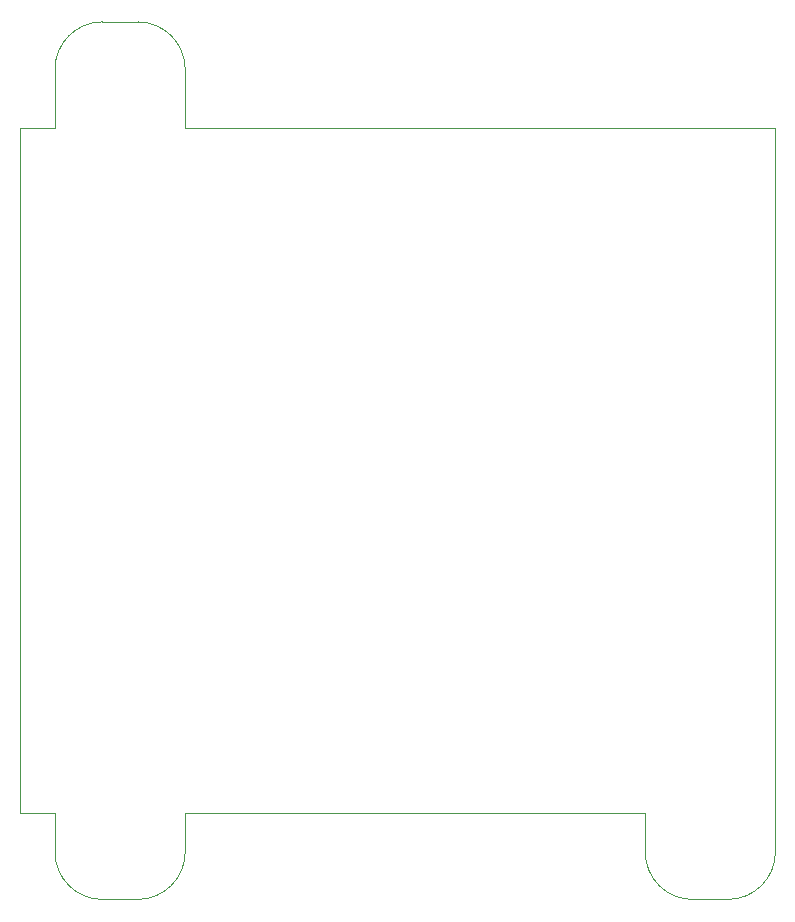
<source format=gbr>
%TF.GenerationSoftware,KiCad,Pcbnew,(6.0.9)*%
%TF.CreationDate,2025-12-22T11:41:54+09:00*%
%TF.ProjectId,ESP8266-clock,45535038-3236-4362-9d63-6c6f636b2e6b,rev?*%
%TF.SameCoordinates,Original*%
%TF.FileFunction,Profile,NP*%
%FSLAX46Y46*%
G04 Gerber Fmt 4.6, Leading zero omitted, Abs format (unit mm)*
G04 Created by KiCad (PCBNEW (6.0.9)) date 2025-12-22 11:41:54*
%MOMM*%
%LPD*%
G01*
G04 APERTURE LIST*
%TA.AperFunction,Profile*%
%ADD10C,0.100000*%
%TD*%
G04 APERTURE END LIST*
D10*
X36620000Y-103000000D02*
G75*
G03*
X32600000Y-107020000I1J-4020001D01*
G01*
X43627431Y-107020000D02*
G75*
G03*
X39607431Y-103000000I-4020001J-1D01*
G01*
X32600000Y-112000000D02*
X32600000Y-107020000D01*
X32600000Y-112000000D02*
X29600000Y-112000000D01*
X32600000Y-170000000D02*
X29600000Y-170000000D01*
X32600000Y-170000000D02*
X32600000Y-173280000D01*
X89580000Y-177300000D02*
G75*
G03*
X93600000Y-173280000I-1J4020001D01*
G01*
X82572569Y-173280000D02*
G75*
G03*
X86592569Y-177300000I4020001J1D01*
G01*
X39607431Y-177300000D02*
G75*
G03*
X43627431Y-173280000I-1J4020001D01*
G01*
X32600000Y-173280000D02*
G75*
G03*
X36620000Y-177300000I4020001J1D01*
G01*
X29600000Y-170000000D02*
X29600000Y-112000000D01*
X39607431Y-177300000D02*
X36620000Y-177300000D01*
X43627431Y-170000000D02*
X43627431Y-173280000D01*
X82572569Y-170000000D02*
X43627431Y-170000000D01*
X82572569Y-173280000D02*
X82572569Y-170000000D01*
X89580000Y-177300000D02*
X86592569Y-177300000D01*
X93600000Y-112000000D02*
X93600000Y-173280000D01*
X43627431Y-112000000D02*
X93600000Y-112000000D01*
X43627431Y-107020000D02*
X43627431Y-112000000D01*
X36620000Y-103000000D02*
X39607431Y-103000000D01*
M02*

</source>
